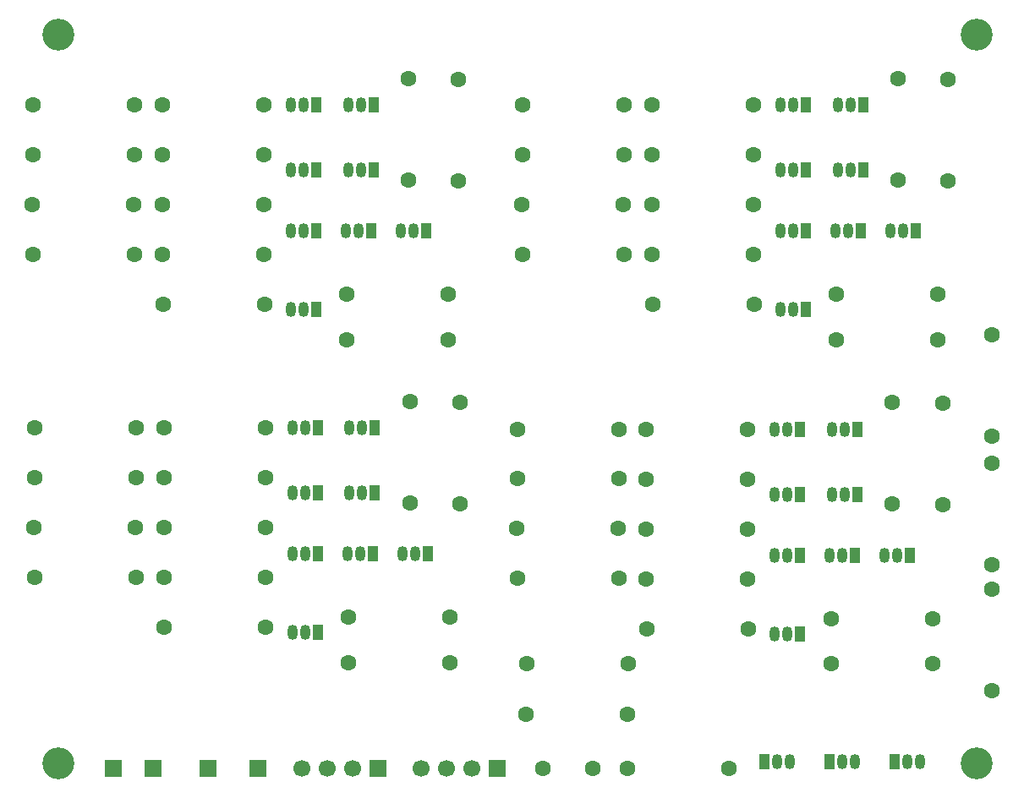
<source format=gbr>
%TF.GenerationSoftware,KiCad,Pcbnew,9.0.7*%
%TF.CreationDate,2026-01-14T18:58:22+00:00*%
%TF.ProjectId,reg,7265672e-6b69-4636-9164-5f7063625858,rev?*%
%TF.SameCoordinates,Original*%
%TF.FileFunction,Soldermask,Bot*%
%TF.FilePolarity,Negative*%
%FSLAX46Y46*%
G04 Gerber Fmt 4.6, Leading zero omitted, Abs format (unit mm)*
G04 Created by KiCad (PCBNEW 9.0.7) date 2026-01-14 18:58:22*
%MOMM*%
%LPD*%
G01*
G04 APERTURE LIST*
%ADD10C,1.700000*%
%ADD11R,1.700000X1.700000*%
%ADD12C,1.600000*%
%ADD13O,1.050000X1.500000*%
%ADD14R,1.050000X1.500000*%
%ADD15C,3.200000*%
G04 APERTURE END LIST*
D10*
%TO.C,DATA_OUT*%
X43380000Y-93000000D03*
X45920000Y-93000000D03*
X48460000Y-93000000D03*
D11*
X51000000Y-93000000D03*
%TD*%
D12*
%TO.C,R510*%
X88040000Y-64000000D03*
X77880000Y-64000000D03*
%TD*%
D13*
%TO.C,Q507*%
X90770000Y-59000000D03*
X92040000Y-59000000D03*
D14*
X93310000Y-59000000D03*
%TD*%
D13*
%TO.C,Q506*%
X96500000Y-65500000D03*
X97770000Y-65500000D03*
D14*
X99040000Y-65500000D03*
%TD*%
D12*
%TO.C,R504*%
X75040000Y-68950000D03*
X64880000Y-68950000D03*
%TD*%
%TO.C,R503*%
X75120000Y-59000000D03*
X64960000Y-59000000D03*
%TD*%
%TO.C,R509*%
X106540000Y-78000000D03*
X96380000Y-78000000D03*
%TD*%
%TO.C,R508*%
X107540000Y-66580000D03*
X107540000Y-56420000D03*
%TD*%
%TO.C,R513*%
X88040000Y-59000000D03*
X77880000Y-59000000D03*
%TD*%
%TO.C,R501*%
X88120000Y-79000000D03*
X77960000Y-79000000D03*
%TD*%
%TO.C,R512*%
X106540000Y-82500000D03*
X96380000Y-82500000D03*
%TD*%
%TO.C,R506*%
X88040000Y-74000000D03*
X77880000Y-74000000D03*
%TD*%
%TO.C,R502*%
X75120000Y-73950000D03*
X64960000Y-73950000D03*
%TD*%
%TO.C,R511*%
X102540000Y-56340000D03*
X102540000Y-66500000D03*
%TD*%
D13*
%TO.C,Q505*%
X90770000Y-65500000D03*
X92040000Y-65500000D03*
D14*
X93310000Y-65500000D03*
%TD*%
D13*
%TO.C,Q508*%
X96500000Y-59000000D03*
X97770000Y-59000000D03*
D14*
X99040000Y-59000000D03*
%TD*%
D13*
%TO.C,Q503*%
X96270000Y-71640000D03*
X97540000Y-71640000D03*
D14*
X98810000Y-71640000D03*
%TD*%
D13*
%TO.C,Q502*%
X101770000Y-71640000D03*
X103040000Y-71640000D03*
D14*
X104310000Y-71640000D03*
%TD*%
D12*
%TO.C,R505*%
X75120000Y-63950000D03*
X64960000Y-63950000D03*
%TD*%
D13*
%TO.C,Q504*%
X90770000Y-71640000D03*
X92040000Y-71640000D03*
D14*
X93310000Y-71640000D03*
%TD*%
D13*
%TO.C,Q501*%
X90770000Y-79500000D03*
X92040000Y-79500000D03*
D14*
X93310000Y-79500000D03*
%TD*%
D12*
%TO.C,R507*%
X88040000Y-69000000D03*
X77880000Y-69000000D03*
%TD*%
%TO.C,R304*%
X65420000Y-36450000D03*
X75580000Y-36450000D03*
%TD*%
%TO.C,R101*%
X76000000Y-92920000D03*
X86160000Y-92920000D03*
%TD*%
%TO.C,R209*%
X47920000Y-45500000D03*
X58080000Y-45500000D03*
%TD*%
%TO.C,R212*%
X47920000Y-50000000D03*
X58080000Y-50000000D03*
%TD*%
D14*
%TO.C,Q404*%
X44992000Y-71485000D03*
D13*
X43722000Y-71485000D03*
X42452000Y-71485000D03*
%TD*%
D11*
%TO.C,CLK*%
X39000000Y-92920000D03*
%TD*%
D14*
%TO.C,Q206*%
X50580000Y-33000000D03*
D13*
X49310000Y-33000000D03*
X48040000Y-33000000D03*
%TD*%
D12*
%TO.C,R208*%
X59080000Y-23920000D03*
X59080000Y-34080000D03*
%TD*%
D14*
%TO.C,Q305*%
X93850000Y-33000000D03*
D13*
X92580000Y-33000000D03*
X91310000Y-33000000D03*
%TD*%
D12*
%TO.C,R201*%
X29500000Y-46500000D03*
X39660000Y-46500000D03*
%TD*%
%TO.C,R102*%
X112500000Y-59660000D03*
X112500000Y-49500000D03*
%TD*%
D11*
%TO.C,WR_EN*%
X34000000Y-92920000D03*
%TD*%
D12*
%TO.C,R307*%
X78420000Y-36500000D03*
X88580000Y-36500000D03*
%TD*%
%TO.C,R413*%
X29562000Y-58845000D03*
X39722000Y-58845000D03*
%TD*%
%TO.C,R412*%
X48062000Y-82345000D03*
X58222000Y-82345000D03*
%TD*%
%TO.C,R411*%
X54222000Y-66345000D03*
X54222000Y-56185000D03*
%TD*%
D15*
%TO.C,REF\u002A\u002A*%
X111000000Y-92420000D03*
%TD*%
D14*
%TO.C,Q204*%
X44850000Y-39140000D03*
D13*
X43580000Y-39140000D03*
X42310000Y-39140000D03*
%TD*%
D12*
%TO.C,R204*%
X16420000Y-36450000D03*
X26580000Y-36450000D03*
%TD*%
%TO.C,R305*%
X65500000Y-31450000D03*
X75660000Y-31450000D03*
%TD*%
D15*
%TO.C,REF\u002A\u002A*%
X111000000Y-19500000D03*
%TD*%
D12*
%TO.C,R313*%
X78420000Y-26500000D03*
X88580000Y-26500000D03*
%TD*%
D14*
%TO.C,Q101*%
X102730000Y-92280000D03*
D13*
X104000000Y-92280000D03*
X105270000Y-92280000D03*
%TD*%
D12*
%TO.C,R213*%
X29420000Y-26500000D03*
X39580000Y-26500000D03*
%TD*%
%TO.C,R301*%
X78500000Y-46500000D03*
X88660000Y-46500000D03*
%TD*%
%TO.C,R207*%
X29420000Y-36500000D03*
X39580000Y-36500000D03*
%TD*%
D14*
%TO.C,Q408*%
X50722000Y-58845000D03*
D13*
X49452000Y-58845000D03*
X48182000Y-58845000D03*
%TD*%
D14*
%TO.C,Q207*%
X44850000Y-26500000D03*
D13*
X43580000Y-26500000D03*
X42310000Y-26500000D03*
%TD*%
D12*
%TO.C,C101*%
X67500000Y-92920000D03*
X72500000Y-92920000D03*
%TD*%
%TO.C,R406*%
X29562000Y-73845000D03*
X39722000Y-73845000D03*
%TD*%
D14*
%TO.C,Q205*%
X44850000Y-33000000D03*
D13*
X43580000Y-33000000D03*
X42310000Y-33000000D03*
%TD*%
D12*
%TO.C,R410*%
X29562000Y-63845000D03*
X39722000Y-63845000D03*
%TD*%
D14*
%TO.C,Q302*%
X104850000Y-39140000D03*
D13*
X103580000Y-39140000D03*
X102310000Y-39140000D03*
%TD*%
D12*
%TO.C,R205*%
X16500000Y-31450000D03*
X26660000Y-31450000D03*
%TD*%
%TO.C,R409*%
X48062000Y-77845000D03*
X58222000Y-77845000D03*
%TD*%
D14*
%TO.C,Q303*%
X99350000Y-39140000D03*
D13*
X98080000Y-39140000D03*
X96810000Y-39140000D03*
%TD*%
D14*
%TO.C,Q103*%
X89730000Y-92280000D03*
D13*
X91000000Y-92280000D03*
X92270000Y-92280000D03*
%TD*%
D15*
%TO.C,REF\u002A\u002A*%
X19000000Y-19500000D03*
%TD*%
D14*
%TO.C,Q401*%
X44992000Y-79345000D03*
D13*
X43722000Y-79345000D03*
X42452000Y-79345000D03*
%TD*%
D12*
%TO.C,R308*%
X108080000Y-23920000D03*
X108080000Y-34080000D03*
%TD*%
D14*
%TO.C,Q403*%
X50492000Y-71485000D03*
D13*
X49222000Y-71485000D03*
X47952000Y-71485000D03*
%TD*%
D12*
%TO.C,R106*%
X65840000Y-87500000D03*
X76000000Y-87500000D03*
%TD*%
%TO.C,R105*%
X112500000Y-85160000D03*
X112500000Y-75000000D03*
%TD*%
D14*
%TO.C,Q203*%
X50350000Y-39140000D03*
D13*
X49080000Y-39140000D03*
X47810000Y-39140000D03*
%TD*%
D12*
%TO.C,R309*%
X96920000Y-45500000D03*
X107080000Y-45500000D03*
%TD*%
%TO.C,R302*%
X65500000Y-41450000D03*
X75660000Y-41450000D03*
%TD*%
%TO.C,R312*%
X96920000Y-50000000D03*
X107080000Y-50000000D03*
%TD*%
D14*
%TO.C,Q307*%
X93850000Y-26500000D03*
D13*
X92580000Y-26500000D03*
X91310000Y-26500000D03*
%TD*%
D12*
%TO.C,R404*%
X16562000Y-68795000D03*
X26722000Y-68795000D03*
%TD*%
D14*
%TO.C,Q201*%
X44850000Y-47000000D03*
D13*
X43580000Y-47000000D03*
X42310000Y-47000000D03*
%TD*%
D14*
%TO.C,Q306*%
X99580000Y-33000000D03*
D13*
X98310000Y-33000000D03*
X97040000Y-33000000D03*
%TD*%
D11*
%TO.C,GND*%
X28500000Y-92920000D03*
%TD*%
%TO.C,DATA_IN*%
X63000000Y-93000000D03*
D10*
X60460000Y-93000000D03*
X57920000Y-93000000D03*
X55380000Y-93000000D03*
%TD*%
D15*
%TO.C,REF\u002A\u002A*%
X19000000Y-92420000D03*
%TD*%
D14*
%TO.C,Q308*%
X99580000Y-26500000D03*
D13*
X98310000Y-26500000D03*
X97040000Y-26500000D03*
%TD*%
D14*
%TO.C,Q102*%
X96230000Y-92280000D03*
D13*
X97500000Y-92280000D03*
X98770000Y-92280000D03*
%TD*%
D12*
%TO.C,R206*%
X29420000Y-41500000D03*
X39580000Y-41500000D03*
%TD*%
D14*
%TO.C,Q406*%
X50722000Y-65345000D03*
D13*
X49452000Y-65345000D03*
X48182000Y-65345000D03*
%TD*%
D12*
%TO.C,R403*%
X16642000Y-58845000D03*
X26802000Y-58845000D03*
%TD*%
%TO.C,R407*%
X29562000Y-68845000D03*
X39722000Y-68845000D03*
%TD*%
D14*
%TO.C,Q402*%
X55992000Y-71485000D03*
D13*
X54722000Y-71485000D03*
X53452000Y-71485000D03*
%TD*%
D14*
%TO.C,Q407*%
X44992000Y-58845000D03*
D13*
X43722000Y-58845000D03*
X42452000Y-58845000D03*
%TD*%
D14*
%TO.C,Q301*%
X93850000Y-47000000D03*
D13*
X92580000Y-47000000D03*
X91310000Y-47000000D03*
%TD*%
D14*
%TO.C,Q202*%
X55850000Y-39140000D03*
D13*
X54580000Y-39140000D03*
X53310000Y-39140000D03*
%TD*%
D12*
%TO.C,R303*%
X65500000Y-26500000D03*
X75660000Y-26500000D03*
%TD*%
%TO.C,R103*%
X112500000Y-72580000D03*
X112500000Y-62420000D03*
%TD*%
%TO.C,R306*%
X78420000Y-41500000D03*
X88580000Y-41500000D03*
%TD*%
%TO.C,R202*%
X16500000Y-41450000D03*
X26660000Y-41450000D03*
%TD*%
%TO.C,R203*%
X16500000Y-26500000D03*
X26660000Y-26500000D03*
%TD*%
D14*
%TO.C,Q208*%
X50580000Y-26500000D03*
D13*
X49310000Y-26500000D03*
X48040000Y-26500000D03*
%TD*%
D12*
%TO.C,R311*%
X103080000Y-34000000D03*
X103080000Y-23840000D03*
%TD*%
D11*
%TO.C,+5V*%
X24500000Y-92920000D03*
%TD*%
D12*
%TO.C,R401*%
X29642000Y-78845000D03*
X39802000Y-78845000D03*
%TD*%
%TO.C,R104*%
X65920000Y-82500000D03*
X76080000Y-82500000D03*
%TD*%
%TO.C,R211*%
X54080000Y-34000000D03*
X54080000Y-23840000D03*
%TD*%
%TO.C,R408*%
X59222000Y-56265000D03*
X59222000Y-66425000D03*
%TD*%
%TO.C,R310*%
X78420000Y-31500000D03*
X88580000Y-31500000D03*
%TD*%
D14*
%TO.C,Q405*%
X44992000Y-65345000D03*
D13*
X43722000Y-65345000D03*
X42452000Y-65345000D03*
%TD*%
D14*
%TO.C,Q304*%
X93850000Y-39140000D03*
D13*
X92580000Y-39140000D03*
X91310000Y-39140000D03*
%TD*%
D12*
%TO.C,R210*%
X29420000Y-31500000D03*
X39580000Y-31500000D03*
%TD*%
%TO.C,R402*%
X16642000Y-73795000D03*
X26802000Y-73795000D03*
%TD*%
%TO.C,R405*%
X16642000Y-63795000D03*
X26802000Y-63795000D03*
%TD*%
M02*

</source>
